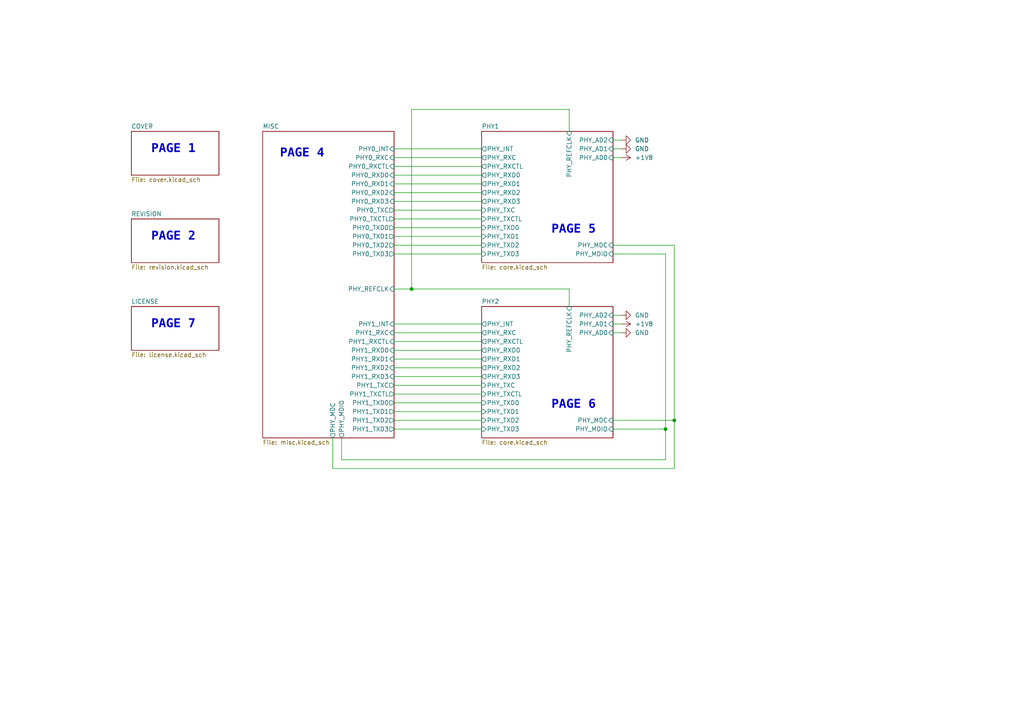
<source format=kicad_sch>
(kicad_sch (version 20250114) (generator "eeschema") (generator_version "9.0")
  (paper "A4")
  (lib_symbols
    (symbol "power:+3V3" (power) (pin_numbers (hide yes)) (pin_names (offset 0) (hide yes))
      (property "Value" "+3V3" (at 0 3.556 0))
      (symbol "+3V3_0_1"
        (polyline (pts (xy -0.762 1.27) (xy 0 2.54)))
        (polyline (pts (xy 0 2.54) (xy 0.762 1.27)))
        (polyline (pts (xy 0 0) (xy 0 2.54)))
      )
      (symbol "+3V3_1_1"
        (pin power_in line (at 0 0 90) (length 0) (name "~") (number "1"))
      )
    )
    (symbol "power:GND" (power) (pin_numbers (hide yes)) (pin_names (offset 0) (hide yes))
      (property "Value" "GND" (at 0 -3.81 0))
      (symbol "GND_0_1"
        (polyline (pts (xy 0 0) (xy 0 -1.27) (xy 1.27 -1.27) (xy 0 -2.54) (xy -1.27 -1.27) (xy 0 -1.27)))
      )
      (symbol "GND_1_1"
        (pin power_in line (at 0 0 270) (length 0) (name "~") (number "1"))
      )
    )
  )
  (text "PAGE 4" (at 87.63 45.212 0) (effects (font (size 2.54 2.54) (thickness 0.254) (bold yes))))
  (text "PAGE 1" (at 50.292 43.942 0) (effects (font (size 2.54 2.54) (thickness 0.254) (bold yes))))
  (text "PAGE 6" (at 166.37 118.11 0) (effects (font (size 2.54 2.54) (thickness 0.254) (bold yes))))
  (text "PAGE 2" (at 50.292 69.342 0) (effects (font (size 2.54 2.54) (thickness 0.254) (bold yes))))
  (text "PAGE 7" (at 50.292 94.742 0) (effects (font (size 2.54 2.54) (thickness 0.254) (bold yes))))
  (text "PAGE 5" (at 166.37 67.31 0) (effects (font (size 2.54 2.54) (thickness 0.254) (bold yes))))
  (junction (at 119.38 83.82))
  (junction (at 195.58 121.92))
  (junction (at 193.04 124.46))
  (wire (pts (xy 114.3 68.58) (xy 139.7 68.58)))
  (wire (pts (xy 165.1 83.82) (xy 165.1 88.9)))
  (wire (pts (xy 114.3 121.92) (xy 139.7 121.92)))
  (wire (pts (xy 195.58 71.12) (xy 195.58 121.92)))
  (wire (pts (xy 177.8 93.98) (xy 180.34 93.98)))
  (wire (pts (xy 193.04 124.46) (xy 177.8 124.46)))
  (wire (pts (xy 193.04 133.35) (xy 193.04 124.46)))
  (wire (pts (xy 99.06 127) (xy 99.06 133.35)))
  (wire (pts (xy 114.3 111.76) (xy 139.7 111.76)))
  (wire (pts (xy 193.04 73.66) (xy 193.04 124.46)))
  (wire (pts (xy 114.3 43.18) (xy 139.7 43.18)))
  (wire (pts (xy 195.58 71.12) (xy 177.8 71.12)))
  (wire (pts (xy 177.8 45.72) (xy 180.34 45.72)))
  (wire (pts (xy 114.3 45.72) (xy 139.7 45.72)))
  (wire (pts (xy 114.3 114.3) (xy 139.7 114.3)))
  (wire (pts (xy 114.3 106.68) (xy 139.7 106.68)))
  (wire (pts (xy 114.3 55.88) (xy 139.7 55.88)))
  (wire (pts (xy 96.52 135.89) (xy 96.52 127)))
  (wire (pts (xy 114.3 109.22) (xy 139.7 109.22)))
  (wire (pts (xy 114.3 66.04) (xy 139.7 66.04)))
  (wire (pts (xy 114.3 101.6) (xy 139.7 101.6)))
  (wire (pts (xy 114.3 71.12) (xy 139.7 71.12)))
  (wire (pts (xy 114.3 50.8) (xy 139.7 50.8)))
  (wire (pts (xy 114.3 104.14) (xy 139.7 104.14)))
  (wire (pts (xy 119.38 31.75) (xy 165.1 31.75)))
  (wire (pts (xy 195.58 121.92) (xy 177.8 121.92)))
  (wire (pts (xy 114.3 119.38) (xy 139.7 119.38)))
  (wire (pts (xy 114.3 99.06) (xy 139.7 99.06)))
  (wire (pts (xy 195.58 121.92) (xy 195.58 135.89)))
  (wire (pts (xy 114.3 60.96) (xy 139.7 60.96)))
  (wire (pts (xy 119.38 83.82) (xy 165.1 83.82)))
  (wire (pts (xy 114.3 96.52) (xy 139.7 96.52)))
  (wire (pts (xy 114.3 116.84) (xy 139.7 116.84)))
  (wire (pts (xy 114.3 63.5) (xy 139.7 63.5)))
  (wire (pts (xy 99.06 133.35) (xy 193.04 133.35)))
  (wire (pts (xy 195.58 135.89) (xy 96.52 135.89)))
  (wire (pts (xy 114.3 124.46) (xy 139.7 124.46)))
  (wire (pts (xy 177.8 40.64) (xy 180.34 40.64)))
  (wire (pts (xy 177.8 91.44) (xy 180.34 91.44)))
  (wire (pts (xy 177.8 96.52) (xy 180.34 96.52)))
  (wire (pts (xy 193.04 73.66) (xy 177.8 73.66)))
  (wire (pts (xy 114.3 48.26) (xy 139.7 48.26)))
  (wire (pts (xy 114.3 53.34) (xy 139.7 53.34)))
  (wire (pts (xy 114.3 93.98) (xy 139.7 93.98)))
  (wire (pts (xy 114.3 83.82) (xy 119.38 83.82)))
  (wire (pts (xy 119.38 31.75) (xy 119.38 83.82)))
  (wire (pts (xy 177.8 43.18) (xy 180.34 43.18)))
  (wire (pts (xy 165.1 38.1) (xy 165.1 31.75)))
  (wire (pts (xy 114.3 58.42) (xy 139.7 58.42)))
  (wire (pts (xy 114.3 73.66) (xy 139.7 73.66)))
  (symbol (lib_id "power:+3V3") (at 180.34 45.72 270) (unit 1)
    (property "Reference" "#PWR03" (effects (hide yes)))
    (property "Value" "+1V8" (at 184.15 45.7199 90) (effects (justify left)))
    (property "Description" "Power symbol creates a global label with name \"+3V3\"" (effects (hide yes)))
  )
  (symbol (lib_id "power:GND") (at 180.34 91.44 90) (unit 1)
    (property "Reference" "#PWR04" (effects (hide yes)))
    (property "Value" "GND" (at 184.15 91.4399 90) (effects (justify right)))
    (property "Description" "Power symbol creates a global label with name \"GND\" , ground" (effects (hide yes)))
  )
  (symbol (lib_id "power:GND") (at 180.34 43.18 90) (unit 1)
    (property "Reference" "#PWR02" (effects (hide yes)))
    (property "Value" "GND" (at 184.15 43.1799 90) (effects (justify right)))
    (property "Description" "Power symbol creates a global label with name \"GND\" , ground" (effects (hide yes)))
  )
  (symbol (lib_id "power:+3V3") (at 180.34 93.98 270) (unit 1)
    (property "Reference" "#PWR05" (effects (hide yes)))
    (property "Value" "+1V8" (at 184.15 93.9799 90) (effects (justify left)))
    (property "Description" "Power symbol creates a global label with name \"+3V3\"" (effects (hide yes)))
  )
  (symbol (lib_id "power:GND") (at 180.34 40.64 90) (unit 1)
    (property "Reference" "#PWR01" (effects (hide yes)))
    (property "Value" "GND" (at 184.15 40.6399 90) (effects (justify right)))
    (property "Description" "Power symbol creates a global label with name \"GND\" , ground" (effects (hide yes)))
  )
  (symbol (lib_id "power:GND") (at 180.34 96.52 90) (unit 1)
    (property "Reference" "#PWR06" (effects (hide yes)))
    (property "Value" "GND" (at 184.15 96.5199 90) (effects (justify right)))
    (property "Description" "Power symbol creates a global label with name \"GND\" , ground" (effects (hide yes)))
  )
  (sheet (at 38.1 88.9) (size 25.4 12.7) (stroke (width 0.1524))
    (property "Sheetname" "LICENSE" (at 38.1 88.1884 0) (effects (justify left bottom)))
    (property "Sheetfile" "license.kicad_sch" (at 38.1 102.1846 0) (effects (justify left top)))
  )
  (sheet (at 38.1 38.1) (size 25.4 12.7) (stroke (width 0.1524))
    (property "Sheetname" "COVER" (at 38.1 37.3884 0) (effects (justify left bottom)))
    (property "Sheetfile" "cover.kicad_sch" (at 38.1 51.3846 0) (effects (justify left top)))
  )
  (sheet (at 139.7 38.1) (size 38.1 38.1) (stroke (width 0.1524))
    (property "Sheetname" "PHY1" (at 139.7 37.3884 0) (effects (justify left bottom)))
    (property "Sheetfile" "core.kicad_sch" (at 139.7 76.7846 0) (effects (justify left top)))
    (pin "PHY_AD0" input (at 177.8 45.72 0))
    (pin "PHY_AD1" input (at 177.8 43.18 0))
    (pin "PHY_AD2" input (at 177.8 40.64 0))
    (pin "PHY_INT" output (at 139.7 43.18 180))
    (pin "PHY_MDC" input (at 177.8 71.12 0))
    (pin "PHY_MDIO" input (at 177.8 73.66 0))
    (pin "PHY_REFCLK" input (at 165.1 38.1 90))
    (pin "PHY_RXC" output (at 139.7 45.72 180))
    (pin "PHY_RXCTL" output (at 139.7 48.26 180))
    (pin "PHY_RXD0" output (at 139.7 50.8 180))
    (pin "PHY_RXD1" output (at 139.7 53.34 180))
    (pin "PHY_RXD2" output (at 139.7 55.88 180))
    (pin "PHY_RXD3" output (at 139.7 58.42 180))
    (pin "PHY_TXC" input (at 139.7 60.96 180))
    (pin "PHY_TXCTL" input (at 139.7 63.5 180))
    (pin "PHY_TXD0" input (at 139.7 66.04 180))
    (pin "PHY_TXD1" input (at 139.7 68.58 180))
    (pin "PHY_TXD2" input (at 139.7 71.12 180))
    (pin "PHY_TXD3" input (at 139.7 73.66 180))
  )
  (sheet (at 139.7 88.9) (size 38.1 38.1) (stroke (width 0.1524))
    (property "Sheetname" "PHY2" (at 139.7 88.1884 0) (effects (justify left bottom)))
    (property "Sheetfile" "core.kicad_sch" (at 139.7 127.5846 0) (effects (justify left top)))
    (pin "PHY_AD0" input (at 177.8 96.52 0))
    (pin "PHY_AD1" input (at 177.8 93.98 0))
    (pin "PHY_AD2" input (at 177.8 91.44 0))
    (pin "PHY_INT" output (at 139.7 93.98 180))
    (pin "PHY_MDC" input (at 177.8 121.92 0))
    (pin "PHY_MDIO" input (at 177.8 124.46 0))
    (pin "PHY_REFCLK" input (at 165.1 88.9 90))
    (pin "PHY_RXC" output (at 139.7 96.52 180))
    (pin "PHY_RXCTL" output (at 139.7 99.06 180))
    (pin "PHY_RXD0" output (at 139.7 101.6 180))
    (pin "PHY_RXD1" output (at 139.7 104.14 180))
    (pin "PHY_RXD2" output (at 139.7 106.68 180))
    (pin "PHY_RXD3" output (at 139.7 109.22 180))
    (pin "PHY_TXC" input (at 139.7 111.76 180))
    (pin "PHY_TXCTL" input (at 139.7 114.3 180))
    (pin "PHY_TXD0" input (at 139.7 116.84 180))
    (pin "PHY_TXD1" input (at 139.7 119.38 180))
    (pin "PHY_TXD2" input (at 139.7 121.92 180))
    (pin "PHY_TXD3" input (at 139.7 124.46 180))
  )
  (sheet (at 38.1 63.5) (size 25.4 12.7) (stroke (width 0.1524))
    (property "Sheetname" "REVISION" (at 38.1 62.7884 0) (effects (justify left bottom)))
    (property "Sheetfile" "revision.kicad_sch" (at 38.1 76.7846 0) (effects (justify left top)))
  )
  (sheet (at 76.2 38.1) (size 38.1 88.9) (stroke (width 0.1524))
    (property "Sheetname" "MISC" (at 76.2 37.3884 0) (effects (justify left bottom)))
    (property "Sheetfile" "misc.kicad_sch" (at 76.2 127.5846 0) (effects (justify left top)))
    (pin "PHY0_INT" input (at 114.3 43.18 0))
    (pin "PHY0_RXC" input (at 114.3 45.72 0))
    (pin "PHY0_RXCTL" input (at 114.3 48.26 0))
    (pin "PHY0_RXD0" input (at 114.3 50.8 0))
    (pin "PHY0_RXD1" input (at 114.3 53.34 0))
    (pin "PHY0_RXD2" input (at 114.3 55.88 0))
    (pin "PHY0_RXD3" input (at 114.3 58.42 0))
    (pin "PHY0_TXC" output (at 114.3 60.96 0))
    (pin "PHY0_TXCTL" output (at 114.3 63.5 0))
    (pin "PHY0_TXD0" output (at 114.3 66.04 0))
    (pin "PHY0_TXD1" output (at 114.3 68.58 0))
    (pin "PHY0_TXD2" output (at 114.3 71.12 0))
    (pin "PHY0_TXD3" output (at 114.3 73.66 0))
    (pin "PHY1_INT" input (at 114.3 93.98 0))
    (pin "PHY1_RXC" input (at 114.3 96.52 0))
    (pin "PHY1_RXCTL" input (at 114.3 99.06 0))
    (pin "PHY1_RXD0" input (at 114.3 101.6 0))
    (pin "PHY1_RXD1" input (at 114.3 104.14 0))
    (pin "PHY1_RXD2" input (at 114.3 106.68 0))
    (pin "PHY1_RXD3" input (at 114.3 109.22 0))
    (pin "PHY1_TXC" output (at 114.3 111.76 0))
    (pin "PHY1_TXCTL" output (at 114.3 114.3 0))
    (pin "PHY1_TXD0" output (at 114.3 116.84 0))
    (pin "PHY1_TXD1" output (at 114.3 119.38 0))
    (pin "PHY1_TXD2" output (at 114.3 121.92 0))
    (pin "PHY1_TXD3" output (at 114.3 124.46 0))
    (pin "PHY_MDC" output (at 96.52 127 270))
    (pin "PHY_MDIO" output (at 99.06 127 270))
    (pin "PHY_REFCLK" input (at 114.3 83.82 0))
  )
)
</source>
